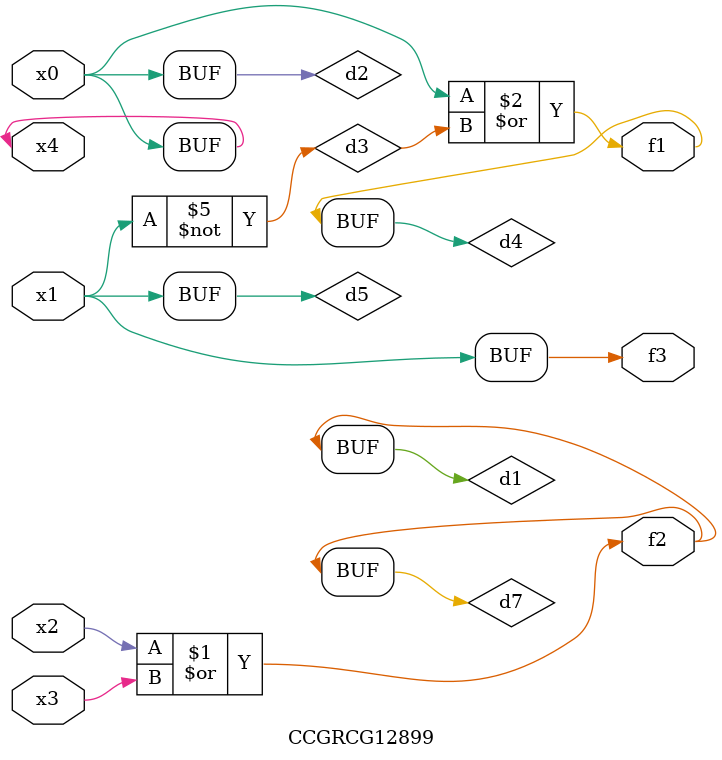
<source format=v>
module CCGRCG12899(
	input x0, x1, x2, x3, x4,
	output f1, f2, f3
);

	wire d1, d2, d3, d4, d5, d6, d7;

	or (d1, x2, x3);
	buf (d2, x0, x4);
	not (d3, x1);
	or (d4, d2, d3);
	not (d5, d3);
	nand (d6, d1, d3);
	or (d7, d1);
	assign f1 = d4;
	assign f2 = d7;
	assign f3 = d5;
endmodule

</source>
